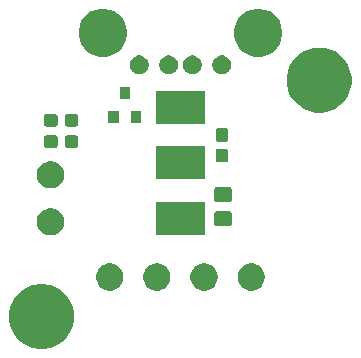
<source format=gbr>
G04 #@! TF.GenerationSoftware,KiCad,Pcbnew,(5.0.1)-3*
G04 #@! TF.CreationDate,2018-11-08T00:44:50+01:00*
G04 #@! TF.ProjectId,USB_switch,5553425F7377697463682E6B69636164,rev?*
G04 #@! TF.SameCoordinates,Original*
G04 #@! TF.FileFunction,Soldermask,Top*
G04 #@! TF.FilePolarity,Negative*
%FSLAX46Y46*%
G04 Gerber Fmt 4.6, Leading zero omitted, Abs format (unit mm)*
G04 Created by KiCad (PCBNEW (5.0.1)-3) date 08-Nov-18 00:44:50*
%MOMM*%
%LPD*%
G01*
G04 APERTURE LIST*
%ADD10C,0.100000*%
G04 APERTURE END LIST*
D10*
G36*
X88786693Y-107301859D02*
X89052437Y-107354719D01*
X89553087Y-107562095D01*
X89863608Y-107769579D01*
X90003663Y-107863161D01*
X90386839Y-108246337D01*
X90386841Y-108246340D01*
X90687905Y-108696913D01*
X90895281Y-109197563D01*
X91001000Y-109729050D01*
X91001000Y-110270950D01*
X90895281Y-110802437D01*
X90687905Y-111303087D01*
X90388871Y-111750622D01*
X90386839Y-111753663D01*
X90003663Y-112136839D01*
X90003660Y-112136841D01*
X89553087Y-112437905D01*
X89052437Y-112645281D01*
X88786693Y-112698141D01*
X88520951Y-112751000D01*
X87979049Y-112751000D01*
X87713307Y-112698141D01*
X87447563Y-112645281D01*
X86946913Y-112437905D01*
X86496340Y-112136841D01*
X86496337Y-112136839D01*
X86113161Y-111753663D01*
X86111129Y-111750622D01*
X85812095Y-111303087D01*
X85604719Y-110802437D01*
X85499000Y-110270950D01*
X85499000Y-109729050D01*
X85604719Y-109197563D01*
X85812095Y-108696913D01*
X86113159Y-108246340D01*
X86113161Y-108246337D01*
X86496337Y-107863161D01*
X86636392Y-107769579D01*
X86946913Y-107562095D01*
X87447563Y-107354719D01*
X87713307Y-107301859D01*
X87979049Y-107249000D01*
X88520951Y-107249000D01*
X88786693Y-107301859D01*
X88786693Y-107301859D01*
G37*
G36*
X106335734Y-105556043D02*
X106545202Y-105642807D01*
X106733723Y-105768773D01*
X106894038Y-105929088D01*
X107020004Y-106117609D01*
X107106768Y-106327077D01*
X107151000Y-106549446D01*
X107151000Y-106776176D01*
X107106768Y-106998545D01*
X107020004Y-107208013D01*
X106894038Y-107396534D01*
X106733723Y-107556849D01*
X106545202Y-107682815D01*
X106335734Y-107769579D01*
X106113365Y-107813811D01*
X105886635Y-107813811D01*
X105664266Y-107769579D01*
X105454798Y-107682815D01*
X105266277Y-107556849D01*
X105105962Y-107396534D01*
X104979996Y-107208013D01*
X104893232Y-106998545D01*
X104849000Y-106776176D01*
X104849000Y-106549446D01*
X104893232Y-106327077D01*
X104979996Y-106117609D01*
X105105962Y-105929088D01*
X105266277Y-105768773D01*
X105454798Y-105642807D01*
X105664266Y-105556043D01*
X105886635Y-105511811D01*
X106113365Y-105511811D01*
X106335734Y-105556043D01*
X106335734Y-105556043D01*
G37*
G36*
X102335734Y-105556043D02*
X102545202Y-105642807D01*
X102733723Y-105768773D01*
X102894038Y-105929088D01*
X103020004Y-106117609D01*
X103106768Y-106327077D01*
X103151000Y-106549446D01*
X103151000Y-106776176D01*
X103106768Y-106998545D01*
X103020004Y-107208013D01*
X102894038Y-107396534D01*
X102733723Y-107556849D01*
X102545202Y-107682815D01*
X102335734Y-107769579D01*
X102113365Y-107813811D01*
X101886635Y-107813811D01*
X101664266Y-107769579D01*
X101454798Y-107682815D01*
X101266277Y-107556849D01*
X101105962Y-107396534D01*
X100979996Y-107208013D01*
X100893232Y-106998545D01*
X100849000Y-106776176D01*
X100849000Y-106549446D01*
X100893232Y-106327077D01*
X100979996Y-106117609D01*
X101105962Y-105929088D01*
X101266277Y-105768773D01*
X101454798Y-105642807D01*
X101664266Y-105556043D01*
X101886635Y-105511811D01*
X102113365Y-105511811D01*
X102335734Y-105556043D01*
X102335734Y-105556043D01*
G37*
G36*
X98335734Y-105556043D02*
X98545202Y-105642807D01*
X98733723Y-105768773D01*
X98894038Y-105929088D01*
X99020004Y-106117609D01*
X99106768Y-106327077D01*
X99151000Y-106549446D01*
X99151000Y-106776176D01*
X99106768Y-106998545D01*
X99020004Y-107208013D01*
X98894038Y-107396534D01*
X98733723Y-107556849D01*
X98545202Y-107682815D01*
X98335734Y-107769579D01*
X98113365Y-107813811D01*
X97886635Y-107813811D01*
X97664266Y-107769579D01*
X97454798Y-107682815D01*
X97266277Y-107556849D01*
X97105962Y-107396534D01*
X96979996Y-107208013D01*
X96893232Y-106998545D01*
X96849000Y-106776176D01*
X96849000Y-106549446D01*
X96893232Y-106327077D01*
X96979996Y-106117609D01*
X97105962Y-105929088D01*
X97266277Y-105768773D01*
X97454798Y-105642807D01*
X97664266Y-105556043D01*
X97886635Y-105511811D01*
X98113365Y-105511811D01*
X98335734Y-105556043D01*
X98335734Y-105556043D01*
G37*
G36*
X94335734Y-105556043D02*
X94545202Y-105642807D01*
X94733723Y-105768773D01*
X94894038Y-105929088D01*
X95020004Y-106117609D01*
X95106768Y-106327077D01*
X95151000Y-106549446D01*
X95151000Y-106776176D01*
X95106768Y-106998545D01*
X95020004Y-107208013D01*
X94894038Y-107396534D01*
X94733723Y-107556849D01*
X94545202Y-107682815D01*
X94335734Y-107769579D01*
X94113365Y-107813811D01*
X93886635Y-107813811D01*
X93664266Y-107769579D01*
X93454798Y-107682815D01*
X93266277Y-107556849D01*
X93105962Y-107396534D01*
X92979996Y-107208013D01*
X92893232Y-106998545D01*
X92849000Y-106776176D01*
X92849000Y-106549446D01*
X92893232Y-106327077D01*
X92979996Y-106117609D01*
X93105962Y-105929088D01*
X93266277Y-105768773D01*
X93454798Y-105642807D01*
X93664266Y-105556043D01*
X93886635Y-105511811D01*
X94113365Y-105511811D01*
X94335734Y-105556043D01*
X94335734Y-105556043D01*
G37*
G36*
X89335734Y-100893232D02*
X89545202Y-100979996D01*
X89733723Y-101105962D01*
X89894038Y-101266277D01*
X90020004Y-101454798D01*
X90106768Y-101664266D01*
X90151000Y-101886635D01*
X90151000Y-102113365D01*
X90106768Y-102335734D01*
X90020004Y-102545202D01*
X89894038Y-102733723D01*
X89733723Y-102894038D01*
X89545202Y-103020004D01*
X89335734Y-103106768D01*
X89113365Y-103151000D01*
X88886635Y-103151000D01*
X88664266Y-103106768D01*
X88454798Y-103020004D01*
X88266277Y-102894038D01*
X88105962Y-102733723D01*
X87979996Y-102545202D01*
X87893232Y-102335734D01*
X87849000Y-102113365D01*
X87849000Y-101886635D01*
X87893232Y-101664266D01*
X87979996Y-101454798D01*
X88105962Y-101266277D01*
X88266277Y-101105962D01*
X88454798Y-100979996D01*
X88664266Y-100893232D01*
X88886635Y-100849000D01*
X89113365Y-100849000D01*
X89335734Y-100893232D01*
X89335734Y-100893232D01*
G37*
G36*
X102051000Y-103101000D02*
X97949000Y-103101000D01*
X97949000Y-100299000D01*
X102051000Y-100299000D01*
X102051000Y-103101000D01*
X102051000Y-103101000D01*
G37*
G36*
X104188677Y-101103465D02*
X104226364Y-101114898D01*
X104261103Y-101133466D01*
X104291548Y-101158452D01*
X104316534Y-101188897D01*
X104335102Y-101223636D01*
X104346535Y-101261323D01*
X104351000Y-101306661D01*
X104351000Y-102143339D01*
X104346535Y-102188677D01*
X104335102Y-102226364D01*
X104316534Y-102261103D01*
X104291548Y-102291548D01*
X104261103Y-102316534D01*
X104226364Y-102335102D01*
X104188677Y-102346535D01*
X104143339Y-102351000D01*
X103056661Y-102351000D01*
X103011323Y-102346535D01*
X102973636Y-102335102D01*
X102938897Y-102316534D01*
X102908452Y-102291548D01*
X102883466Y-102261103D01*
X102864898Y-102226364D01*
X102853465Y-102188677D01*
X102849000Y-102143339D01*
X102849000Y-101306661D01*
X102853465Y-101261323D01*
X102864898Y-101223636D01*
X102883466Y-101188897D01*
X102908452Y-101158452D01*
X102938897Y-101133466D01*
X102973636Y-101114898D01*
X103011323Y-101103465D01*
X103056661Y-101099000D01*
X104143339Y-101099000D01*
X104188677Y-101103465D01*
X104188677Y-101103465D01*
G37*
G36*
X104188677Y-99053465D02*
X104226364Y-99064898D01*
X104261103Y-99083466D01*
X104291548Y-99108452D01*
X104316534Y-99138897D01*
X104335102Y-99173636D01*
X104346535Y-99211323D01*
X104351000Y-99256661D01*
X104351000Y-100093339D01*
X104346535Y-100138677D01*
X104335102Y-100176364D01*
X104316534Y-100211103D01*
X104291548Y-100241548D01*
X104261103Y-100266534D01*
X104226364Y-100285102D01*
X104188677Y-100296535D01*
X104143339Y-100301000D01*
X103056661Y-100301000D01*
X103011323Y-100296535D01*
X102973636Y-100285102D01*
X102938897Y-100266534D01*
X102908452Y-100241548D01*
X102883466Y-100211103D01*
X102864898Y-100176364D01*
X102853465Y-100138677D01*
X102849000Y-100093339D01*
X102849000Y-99256661D01*
X102853465Y-99211323D01*
X102864898Y-99173636D01*
X102883466Y-99138897D01*
X102908452Y-99108452D01*
X102938897Y-99083466D01*
X102973636Y-99064898D01*
X103011323Y-99053465D01*
X103056661Y-99049000D01*
X104143339Y-99049000D01*
X104188677Y-99053465D01*
X104188677Y-99053465D01*
G37*
G36*
X89335734Y-96893232D02*
X89545202Y-96979996D01*
X89733723Y-97105962D01*
X89894038Y-97266277D01*
X90020004Y-97454798D01*
X90106768Y-97664266D01*
X90151000Y-97886635D01*
X90151000Y-98113365D01*
X90106768Y-98335734D01*
X90020004Y-98545202D01*
X89894038Y-98733723D01*
X89733723Y-98894038D01*
X89545202Y-99020004D01*
X89335734Y-99106768D01*
X89113365Y-99151000D01*
X88886635Y-99151000D01*
X88664266Y-99106768D01*
X88454798Y-99020004D01*
X88266277Y-98894038D01*
X88105962Y-98733723D01*
X87979996Y-98545202D01*
X87893232Y-98335734D01*
X87849000Y-98113365D01*
X87849000Y-97886635D01*
X87893232Y-97664266D01*
X87979996Y-97454798D01*
X88105962Y-97266277D01*
X88266277Y-97105962D01*
X88454798Y-96979996D01*
X88664266Y-96893232D01*
X88886635Y-96849000D01*
X89113365Y-96849000D01*
X89335734Y-96893232D01*
X89335734Y-96893232D01*
G37*
G36*
X102051000Y-98401000D02*
X97949000Y-98401000D01*
X97949000Y-95599000D01*
X102051000Y-95599000D01*
X102051000Y-98401000D01*
X102051000Y-98401000D01*
G37*
G36*
X103864499Y-95803445D02*
X103901993Y-95814819D01*
X103936557Y-95833294D01*
X103966847Y-95858153D01*
X103991706Y-95888443D01*
X104010181Y-95923007D01*
X104021555Y-95960501D01*
X104026000Y-96005638D01*
X104026000Y-96744362D01*
X104021555Y-96789499D01*
X104010181Y-96826993D01*
X103991706Y-96861557D01*
X103966847Y-96891847D01*
X103936557Y-96916706D01*
X103901993Y-96935181D01*
X103864499Y-96946555D01*
X103819362Y-96951000D01*
X103180638Y-96951000D01*
X103135501Y-96946555D01*
X103098007Y-96935181D01*
X103063443Y-96916706D01*
X103033153Y-96891847D01*
X103008294Y-96861557D01*
X102989819Y-96826993D01*
X102978445Y-96789499D01*
X102974000Y-96744362D01*
X102974000Y-96005638D01*
X102978445Y-95960501D01*
X102989819Y-95923007D01*
X103008294Y-95888443D01*
X103033153Y-95858153D01*
X103063443Y-95833294D01*
X103098007Y-95814819D01*
X103135501Y-95803445D01*
X103180638Y-95799000D01*
X103819362Y-95799000D01*
X103864499Y-95803445D01*
X103864499Y-95803445D01*
G37*
G36*
X91189499Y-94678445D02*
X91226993Y-94689819D01*
X91261557Y-94708294D01*
X91291847Y-94733153D01*
X91316706Y-94763443D01*
X91335181Y-94798007D01*
X91346555Y-94835501D01*
X91351000Y-94880638D01*
X91351000Y-95519362D01*
X91346555Y-95564499D01*
X91335181Y-95601993D01*
X91316706Y-95636557D01*
X91291847Y-95666847D01*
X91261557Y-95691706D01*
X91226993Y-95710181D01*
X91189499Y-95721555D01*
X91144362Y-95726000D01*
X90405638Y-95726000D01*
X90360501Y-95721555D01*
X90323007Y-95710181D01*
X90288443Y-95691706D01*
X90258153Y-95666847D01*
X90233294Y-95636557D01*
X90214819Y-95601993D01*
X90203445Y-95564499D01*
X90199000Y-95519362D01*
X90199000Y-94880638D01*
X90203445Y-94835501D01*
X90214819Y-94798007D01*
X90233294Y-94763443D01*
X90258153Y-94733153D01*
X90288443Y-94708294D01*
X90323007Y-94689819D01*
X90360501Y-94678445D01*
X90405638Y-94674000D01*
X91144362Y-94674000D01*
X91189499Y-94678445D01*
X91189499Y-94678445D01*
G37*
G36*
X89439499Y-94678445D02*
X89476993Y-94689819D01*
X89511557Y-94708294D01*
X89541847Y-94733153D01*
X89566706Y-94763443D01*
X89585181Y-94798007D01*
X89596555Y-94835501D01*
X89601000Y-94880638D01*
X89601000Y-95519362D01*
X89596555Y-95564499D01*
X89585181Y-95601993D01*
X89566706Y-95636557D01*
X89541847Y-95666847D01*
X89511557Y-95691706D01*
X89476993Y-95710181D01*
X89439499Y-95721555D01*
X89394362Y-95726000D01*
X88655638Y-95726000D01*
X88610501Y-95721555D01*
X88573007Y-95710181D01*
X88538443Y-95691706D01*
X88508153Y-95666847D01*
X88483294Y-95636557D01*
X88464819Y-95601993D01*
X88453445Y-95564499D01*
X88449000Y-95519362D01*
X88449000Y-94880638D01*
X88453445Y-94835501D01*
X88464819Y-94798007D01*
X88483294Y-94763443D01*
X88508153Y-94733153D01*
X88538443Y-94708294D01*
X88573007Y-94689819D01*
X88610501Y-94678445D01*
X88655638Y-94674000D01*
X89394362Y-94674000D01*
X89439499Y-94678445D01*
X89439499Y-94678445D01*
G37*
G36*
X103864499Y-94053445D02*
X103901993Y-94064819D01*
X103936557Y-94083294D01*
X103966847Y-94108153D01*
X103991706Y-94138443D01*
X104010181Y-94173007D01*
X104021555Y-94210501D01*
X104026000Y-94255638D01*
X104026000Y-94994362D01*
X104021555Y-95039499D01*
X104010181Y-95076993D01*
X103991706Y-95111557D01*
X103966847Y-95141847D01*
X103936557Y-95166706D01*
X103901993Y-95185181D01*
X103864499Y-95196555D01*
X103819362Y-95201000D01*
X103180638Y-95201000D01*
X103135501Y-95196555D01*
X103098007Y-95185181D01*
X103063443Y-95166706D01*
X103033153Y-95141847D01*
X103008294Y-95111557D01*
X102989819Y-95076993D01*
X102978445Y-95039499D01*
X102974000Y-94994362D01*
X102974000Y-94255638D01*
X102978445Y-94210501D01*
X102989819Y-94173007D01*
X103008294Y-94138443D01*
X103033153Y-94108153D01*
X103063443Y-94083294D01*
X103098007Y-94064819D01*
X103135501Y-94053445D01*
X103180638Y-94049000D01*
X103819362Y-94049000D01*
X103864499Y-94053445D01*
X103864499Y-94053445D01*
G37*
G36*
X91189499Y-92878445D02*
X91226993Y-92889819D01*
X91261557Y-92908294D01*
X91291847Y-92933153D01*
X91316706Y-92963443D01*
X91335181Y-92998007D01*
X91346555Y-93035501D01*
X91351000Y-93080638D01*
X91351000Y-93719362D01*
X91346555Y-93764499D01*
X91335181Y-93801993D01*
X91316706Y-93836557D01*
X91291847Y-93866847D01*
X91261557Y-93891706D01*
X91226993Y-93910181D01*
X91189499Y-93921555D01*
X91144362Y-93926000D01*
X90405638Y-93926000D01*
X90360501Y-93921555D01*
X90323007Y-93910181D01*
X90288443Y-93891706D01*
X90258153Y-93866847D01*
X90233294Y-93836557D01*
X90214819Y-93801993D01*
X90203445Y-93764499D01*
X90199000Y-93719362D01*
X90199000Y-93080638D01*
X90203445Y-93035501D01*
X90214819Y-92998007D01*
X90233294Y-92963443D01*
X90258153Y-92933153D01*
X90288443Y-92908294D01*
X90323007Y-92889819D01*
X90360501Y-92878445D01*
X90405638Y-92874000D01*
X91144362Y-92874000D01*
X91189499Y-92878445D01*
X91189499Y-92878445D01*
G37*
G36*
X89439499Y-92878445D02*
X89476993Y-92889819D01*
X89511557Y-92908294D01*
X89541847Y-92933153D01*
X89566706Y-92963443D01*
X89585181Y-92998007D01*
X89596555Y-93035501D01*
X89601000Y-93080638D01*
X89601000Y-93719362D01*
X89596555Y-93764499D01*
X89585181Y-93801993D01*
X89566706Y-93836557D01*
X89541847Y-93866847D01*
X89511557Y-93891706D01*
X89476993Y-93910181D01*
X89439499Y-93921555D01*
X89394362Y-93926000D01*
X88655638Y-93926000D01*
X88610501Y-93921555D01*
X88573007Y-93910181D01*
X88538443Y-93891706D01*
X88508153Y-93866847D01*
X88483294Y-93836557D01*
X88464819Y-93801993D01*
X88453445Y-93764499D01*
X88449000Y-93719362D01*
X88449000Y-93080638D01*
X88453445Y-93035501D01*
X88464819Y-92998007D01*
X88483294Y-92963443D01*
X88508153Y-92933153D01*
X88538443Y-92908294D01*
X88573007Y-92889819D01*
X88610501Y-92878445D01*
X88655638Y-92874000D01*
X89394362Y-92874000D01*
X89439499Y-92878445D01*
X89439499Y-92878445D01*
G37*
G36*
X102051000Y-93701000D02*
X97949000Y-93701000D01*
X97949000Y-90899000D01*
X102051000Y-90899000D01*
X102051000Y-93701000D01*
X102051000Y-93701000D01*
G37*
G36*
X94801000Y-93601000D02*
X93899000Y-93601000D01*
X93899000Y-92599000D01*
X94801000Y-92599000D01*
X94801000Y-93601000D01*
X94801000Y-93601000D01*
G37*
G36*
X96701000Y-93601000D02*
X95799000Y-93601000D01*
X95799000Y-92599000D01*
X96701000Y-92599000D01*
X96701000Y-93601000D01*
X96701000Y-93601000D01*
G37*
G36*
X112286694Y-87301860D02*
X112552437Y-87354719D01*
X113053087Y-87562095D01*
X113435434Y-87817572D01*
X113503663Y-87863161D01*
X113886839Y-88246337D01*
X113886841Y-88246340D01*
X114187905Y-88696913D01*
X114395281Y-89197563D01*
X114501000Y-89729050D01*
X114501000Y-90270950D01*
X114395281Y-90802437D01*
X114187905Y-91303087D01*
X113988845Y-91601000D01*
X113886839Y-91753663D01*
X113503663Y-92136839D01*
X113503660Y-92136841D01*
X113053087Y-92437905D01*
X112552437Y-92645281D01*
X112286693Y-92698141D01*
X112020951Y-92751000D01*
X111479049Y-92751000D01*
X111213306Y-92698140D01*
X110947563Y-92645281D01*
X110446913Y-92437905D01*
X109996340Y-92136841D01*
X109996337Y-92136839D01*
X109613161Y-91753663D01*
X109511155Y-91601000D01*
X109312095Y-91303087D01*
X109104719Y-90802437D01*
X108999000Y-90270950D01*
X108999000Y-89729050D01*
X109104719Y-89197563D01*
X109312095Y-88696913D01*
X109613159Y-88246340D01*
X109613161Y-88246337D01*
X109996337Y-87863161D01*
X110064566Y-87817572D01*
X110446913Y-87562095D01*
X110947563Y-87354719D01*
X111213306Y-87301860D01*
X111479049Y-87249000D01*
X112020951Y-87249000D01*
X112286694Y-87301860D01*
X112286694Y-87301860D01*
G37*
G36*
X95751000Y-91601000D02*
X94849000Y-91601000D01*
X94849000Y-90599000D01*
X95751000Y-90599000D01*
X95751000Y-91601000D01*
X95751000Y-91601000D01*
G37*
G36*
X96733643Y-87939781D02*
X96879415Y-88000162D01*
X97010611Y-88087824D01*
X97122176Y-88199389D01*
X97209838Y-88330585D01*
X97270219Y-88476357D01*
X97301000Y-88631107D01*
X97301000Y-88788893D01*
X97270219Y-88943643D01*
X97209838Y-89089415D01*
X97122176Y-89220611D01*
X97010611Y-89332176D01*
X96879415Y-89419838D01*
X96733643Y-89480219D01*
X96578893Y-89511000D01*
X96421107Y-89511000D01*
X96266357Y-89480219D01*
X96120585Y-89419838D01*
X95989389Y-89332176D01*
X95877824Y-89220611D01*
X95790162Y-89089415D01*
X95729781Y-88943643D01*
X95699000Y-88788893D01*
X95699000Y-88631107D01*
X95729781Y-88476357D01*
X95790162Y-88330585D01*
X95877824Y-88199389D01*
X95989389Y-88087824D01*
X96120585Y-88000162D01*
X96266357Y-87939781D01*
X96421107Y-87909000D01*
X96578893Y-87909000D01*
X96733643Y-87939781D01*
X96733643Y-87939781D01*
G37*
G36*
X99233643Y-87939781D02*
X99379415Y-88000162D01*
X99510611Y-88087824D01*
X99622176Y-88199389D01*
X99709838Y-88330585D01*
X99770219Y-88476357D01*
X99801000Y-88631107D01*
X99801000Y-88788893D01*
X99770219Y-88943643D01*
X99709838Y-89089415D01*
X99622176Y-89220611D01*
X99510611Y-89332176D01*
X99379415Y-89419838D01*
X99233643Y-89480219D01*
X99078893Y-89511000D01*
X98921107Y-89511000D01*
X98766357Y-89480219D01*
X98620585Y-89419838D01*
X98489389Y-89332176D01*
X98377824Y-89220611D01*
X98290162Y-89089415D01*
X98229781Y-88943643D01*
X98199000Y-88788893D01*
X98199000Y-88631107D01*
X98229781Y-88476357D01*
X98290162Y-88330585D01*
X98377824Y-88199389D01*
X98489389Y-88087824D01*
X98620585Y-88000162D01*
X98766357Y-87939781D01*
X98921107Y-87909000D01*
X99078893Y-87909000D01*
X99233643Y-87939781D01*
X99233643Y-87939781D01*
G37*
G36*
X101233643Y-87939781D02*
X101379415Y-88000162D01*
X101510611Y-88087824D01*
X101622176Y-88199389D01*
X101709838Y-88330585D01*
X101770219Y-88476357D01*
X101801000Y-88631107D01*
X101801000Y-88788893D01*
X101770219Y-88943643D01*
X101709838Y-89089415D01*
X101622176Y-89220611D01*
X101510611Y-89332176D01*
X101379415Y-89419838D01*
X101233643Y-89480219D01*
X101078893Y-89511000D01*
X100921107Y-89511000D01*
X100766357Y-89480219D01*
X100620585Y-89419838D01*
X100489389Y-89332176D01*
X100377824Y-89220611D01*
X100290162Y-89089415D01*
X100229781Y-88943643D01*
X100199000Y-88788893D01*
X100199000Y-88631107D01*
X100229781Y-88476357D01*
X100290162Y-88330585D01*
X100377824Y-88199389D01*
X100489389Y-88087824D01*
X100620585Y-88000162D01*
X100766357Y-87939781D01*
X100921107Y-87909000D01*
X101078893Y-87909000D01*
X101233643Y-87939781D01*
X101233643Y-87939781D01*
G37*
G36*
X103733643Y-87939781D02*
X103879415Y-88000162D01*
X104010611Y-88087824D01*
X104122176Y-88199389D01*
X104209838Y-88330585D01*
X104270219Y-88476357D01*
X104301000Y-88631107D01*
X104301000Y-88788893D01*
X104270219Y-88943643D01*
X104209838Y-89089415D01*
X104122176Y-89220611D01*
X104010611Y-89332176D01*
X103879415Y-89419838D01*
X103733643Y-89480219D01*
X103578893Y-89511000D01*
X103421107Y-89511000D01*
X103266357Y-89480219D01*
X103120585Y-89419838D01*
X102989389Y-89332176D01*
X102877824Y-89220611D01*
X102790162Y-89089415D01*
X102729781Y-88943643D01*
X102699000Y-88788893D01*
X102699000Y-88631107D01*
X102729781Y-88476357D01*
X102790162Y-88330585D01*
X102877824Y-88199389D01*
X102989389Y-88087824D01*
X103120585Y-88000162D01*
X103266357Y-87939781D01*
X103421107Y-87909000D01*
X103578893Y-87909000D01*
X103733643Y-87939781D01*
X103733643Y-87939781D01*
G37*
G36*
X107168252Y-84027818D02*
X107168254Y-84027819D01*
X107168255Y-84027819D01*
X107541513Y-84182427D01*
X107541514Y-84182428D01*
X107877439Y-84406886D01*
X108163114Y-84692561D01*
X108163116Y-84692564D01*
X108387573Y-85028487D01*
X108542181Y-85401745D01*
X108621000Y-85797994D01*
X108621000Y-86202006D01*
X108542181Y-86598255D01*
X108387573Y-86971513D01*
X108387572Y-86971514D01*
X108163114Y-87307439D01*
X107877439Y-87593114D01*
X107877436Y-87593116D01*
X107541513Y-87817573D01*
X107168255Y-87972181D01*
X107168254Y-87972181D01*
X107168252Y-87972182D01*
X106772007Y-88051000D01*
X106367993Y-88051000D01*
X105971748Y-87972182D01*
X105971746Y-87972181D01*
X105971745Y-87972181D01*
X105598487Y-87817573D01*
X105262564Y-87593116D01*
X105262561Y-87593114D01*
X104976886Y-87307439D01*
X104752428Y-86971514D01*
X104752427Y-86971513D01*
X104597819Y-86598255D01*
X104519000Y-86202006D01*
X104519000Y-85797994D01*
X104597819Y-85401745D01*
X104752427Y-85028487D01*
X104976884Y-84692564D01*
X104976886Y-84692561D01*
X105262561Y-84406886D01*
X105598486Y-84182428D01*
X105598487Y-84182427D01*
X105971745Y-84027819D01*
X105971746Y-84027819D01*
X105971748Y-84027818D01*
X106367993Y-83949000D01*
X106772007Y-83949000D01*
X107168252Y-84027818D01*
X107168252Y-84027818D01*
G37*
G36*
X94028252Y-84027818D02*
X94028254Y-84027819D01*
X94028255Y-84027819D01*
X94401513Y-84182427D01*
X94401514Y-84182428D01*
X94737439Y-84406886D01*
X95023114Y-84692561D01*
X95023116Y-84692564D01*
X95247573Y-85028487D01*
X95402181Y-85401745D01*
X95481000Y-85797994D01*
X95481000Y-86202006D01*
X95402181Y-86598255D01*
X95247573Y-86971513D01*
X95247572Y-86971514D01*
X95023114Y-87307439D01*
X94737439Y-87593114D01*
X94737436Y-87593116D01*
X94401513Y-87817573D01*
X94028255Y-87972181D01*
X94028254Y-87972181D01*
X94028252Y-87972182D01*
X93632007Y-88051000D01*
X93227993Y-88051000D01*
X92831748Y-87972182D01*
X92831746Y-87972181D01*
X92831745Y-87972181D01*
X92458487Y-87817573D01*
X92122564Y-87593116D01*
X92122561Y-87593114D01*
X91836886Y-87307439D01*
X91612428Y-86971514D01*
X91612427Y-86971513D01*
X91457819Y-86598255D01*
X91379000Y-86202006D01*
X91379000Y-85797994D01*
X91457819Y-85401745D01*
X91612427Y-85028487D01*
X91836884Y-84692564D01*
X91836886Y-84692561D01*
X92122561Y-84406886D01*
X92458486Y-84182428D01*
X92458487Y-84182427D01*
X92831745Y-84027819D01*
X92831746Y-84027819D01*
X92831748Y-84027818D01*
X93227993Y-83949000D01*
X93632007Y-83949000D01*
X94028252Y-84027818D01*
X94028252Y-84027818D01*
G37*
M02*

</source>
